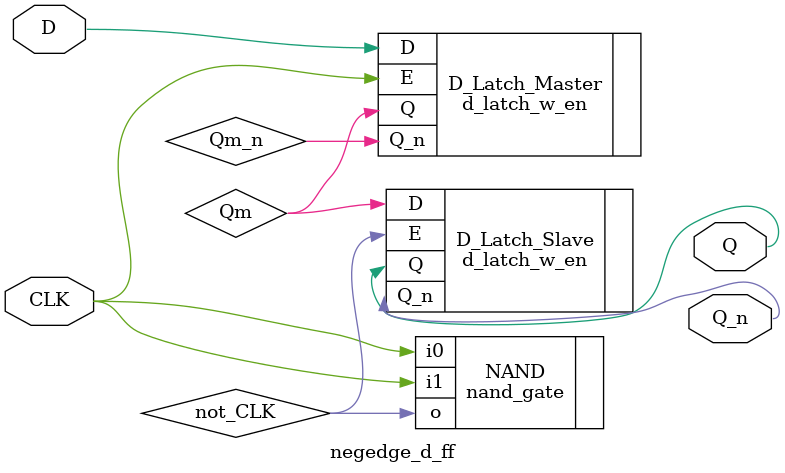
<source format=v>
`timescale 1ns / 1ps


module negedge_d_ff (D, CLK, Q, Q_n);
    input   wire    D, CLK;
    output  wire    Q, Q_n;
            wire    Qm, Qm_n, not_CLK;
    
    nand_gate NAND (.i0(CLK), .i1(CLK), .o(not_CLK));
    d_latch_w_en D_Latch_Master (.D(D), .E(CLK), .Q(Qm), .Q_n(Qm_n));
    d_latch_w_en D_Latch_Slave (.D(Qm), .E(not_CLK), .Q(Q), .Q_n(Q_n));
endmodule

</source>
